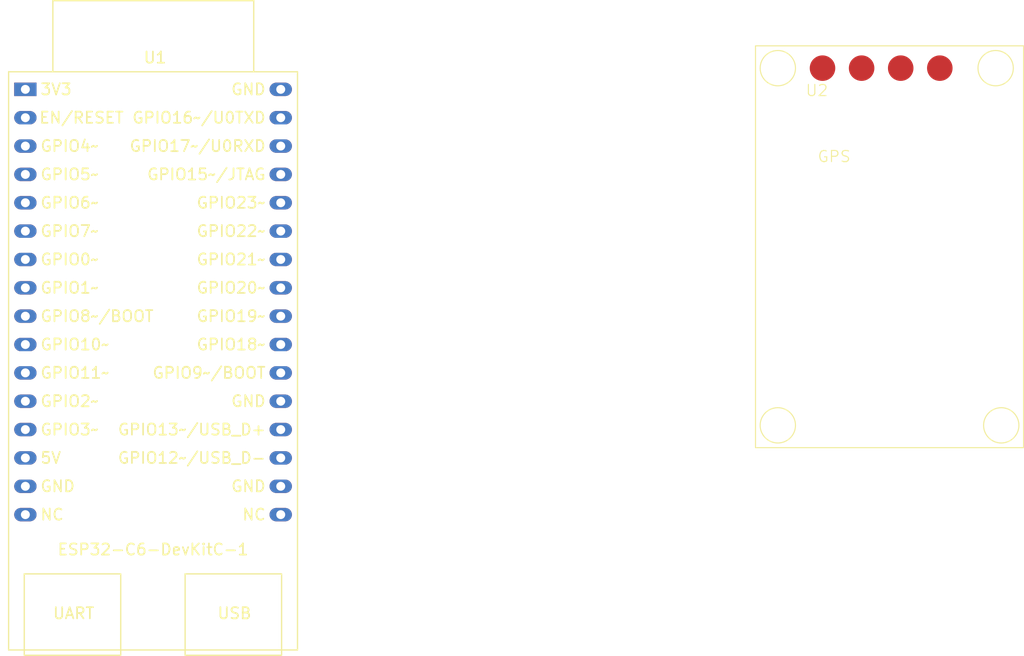
<source format=kicad_pcb>
(kicad_pcb (version 20240108) (generator "pcbnew") (generator_version "8.0")
  (layers (0 "F.Cu" signal) (31 "B.Cu" signal) (34 "B.Paste" user) (35 "F.Paste" user) (36 "B.SilkS" user "B.Silkscreen") (37 "F.SilkS" user "F.Silkscreen") (38 "B.Mask" user) (39 "F.Mask" user) (44 "Edge.Cuts" user))
  (net 0 "")
  (net 12 "Net-(U2-GND)")
  (net 24 "Net-(U1-3V3)")
  (net 29 "Net-(U1-GPIO2)")
  (net 30 "Net-(U1-GPIO5{slash}MTDI)")
  (footprint "PCM_Espressif:ESP32-C6-DevKitC-1" (layer "F.Cu") (at 127.14 59.4)
    (property "Reference" "U1" (at 11.6078 -2.8448 0) (layer "F.SilkS"))
    (property "Value" "ESP32-C6-DevKitC-1" (at 11.43 41.2242 180) (layer "F.SilkS"))
    (fp_line (start -1.5 -1.575) (end -1.5 50.225) (stroke (width 0.12)) (layer "F.SilkS"))
    (fp_line (start -1.5 50.225) (end 24.359999 50.225) (stroke (width 0.12)) (layer "F.SilkS"))
    (fp_line (start 2.46012 -7.94532) (end 20.44332 -7.94532) (stroke (width 0.12)) (layer "F.SilkS"))
    (fp_line (start 2.46012 -1.59532) (end 2.46012 -7.94532) (stroke (width 0.12)) (layer "F.SilkS"))
    (fp_line (start 20.44332 -7.94532) (end 20.44332 -1.59532) (stroke (width 0.12)) (layer "F.SilkS"))
    (fp_line (start 24.359999 50.225) (end 24.36 -1.575) (stroke (width 0.12)) (layer "F.SilkS"))
    (fp_line (start 24.36 -1.575) (end -1.499999 -1.575) (stroke (width 0.12)) (layer "F.SilkS"))
    (fp_rect (start -0.0998 43.4086) (end 8.5362 50.6984) (stroke (width 0.12)) (fill none) (layer "F.SilkS"))
    (fp_rect (start 14.3002 43.4086) (end 22.9362 50.6984) (stroke (width 0.12)) (fill none) (layer "F.SilkS"))
    (fp_text user "GPIO10~" (at 1.27 22.86 0) (layer "F.SilkS") (effects (justify left)))
    (fp_text user "GPIO13~/USB_D+" (at 21.59 30.48 0) (layer "F.SilkS") (effects (justify right)))
    (fp_text user "GPIO23~" (at 21.59 10.16 0) (layer "F.SilkS") (effects (justify right)))
    (fp_text user "GPIO3~" (at 1.27 30.48 0) (layer "F.SilkS") (effects (justify left)))
    (fp_text user "GPIO17~/U0RXD" (at 21.59 5.08 0) (layer "F.SilkS") (effects (justify right)))
    (fp_text user "GPIO20~" (at 21.59 17.78 0) (layer "F.SilkS") (effects (justify right)))
    (fp_text user "GND" (at 21.59 35.56 0) (layer "F.SilkS") (effects (justify right)))
    (fp_text user "GPIO16~/U0TXD" (at 21.59 2.54 0) (layer "F.SilkS") (effects (justify right)))
    (fp_text user "GPIO7~" (at 1.27 12.7 0) (layer "F.SilkS") (effects (justify left)))
    (fp_text user "GPIO0~" (at 1.27 15.24 0) (layer "F.SilkS") (effects (justify left)))
    (fp_text user "GND" (at 21.59 0 0) (layer "F.SilkS") (effects (justify right)))
    (fp_text user "NC" (at 21.59 38.1 0) (layer "F.SilkS") (effects (justify right)))
    (fp_text user "EN/RESET" (at 8.88632 2.54 0) (layer "F.SilkS") (effects (justify right)))
    (fp_text user "5V" (at 1.27 33.02 0) (layer "F.SilkS") (effects (justify left)))
    (fp_text user "USB" (at 18.7198 47.5234 0) (layer "F.SilkS") (effects (justify bottom)))
    (fp_text user "GPIO5~" (at 1.27 7.62 0) (layer "F.SilkS") (effects (justify left)))
    (fp_text user "GPIO22~" (at 21.59 12.7 0) (layer "F.SilkS") (effects (justify right)))
    (fp_text user "GPIO21~" (at 21.59 15.24 0) (layer "F.SilkS") (effects (justify right)))
    (fp_text user "GPIO6~" (at 1.27 10.16 0) (layer "F.SilkS") (effects (justify left)))
    (fp_text user "GND" (at 21.59 27.94 0) (layer "F.SilkS") (effects (justify right)))
    (fp_text user "GPIO9~/BOOT" (at 21.59 25.4 0) (layer "F.SilkS") (effects (justify right)))
    (fp_text user "GPIO4~" (at 1.27 5.08 0) (layer "F.SilkS") (effects (justify left)))
    (fp_text user "GPIO11~" (at 1.27 25.4 0) (layer "F.SilkS") (effects (justify left)))
    (fp_text user "GPIO15~/JTAG" (at 21.59 7.62 0) (layer "F.SilkS") (effects (justify right)))
    (fp_text user "GND" (at 1.27 35.56 0) (layer "F.SilkS") (effects (justify left)))
    (fp_text user "3V3" (at 1.27 0 0) (layer "F.SilkS") (effects (justify left)))
    (fp_text user "NC" (at 1.27 38.1 0) (layer "F.SilkS") (effects (justify left)))
    (fp_text user "GPIO18~" (at 21.59 22.86 0) (layer "F.SilkS") (effects (justify right)))
    (fp_text user "GPIO2~" (at 1.27 27.94 0) (layer "F.SilkS") (effects (justify left)))
    (fp_text user "GPIO19~" (at 21.59 20.32 0) (layer "F.SilkS") (effects (justify right)))
    (fp_text user "GPIO1~" (at 1.27 17.78 0) (layer "F.SilkS") (effects (justify left)))
    (fp_text user "GPIO12~/USB_D-" (at 21.59 33.02 0) (layer "F.SilkS") (effects (justify right)))
    (fp_text user "GPIO8~/BOOT" (at 1.27 20.32 0) (layer "F.SilkS") (effects (justify left)))
    (fp_text user "UART" (at 4.3198 47.5234 0) (layer "F.SilkS") (effects (justify bottom)))
    (pad "1" thru_hole rect (at 0 0 270) (size 1.2 2) (drill 0.8) (layers "*.Cu" "*.Mask") (net 24 "Net-(U1-3V3)"))
    (pad "2" thru_hole oval (at 0 2.54 270) (size 1.2 2) (drill 0.8) (layers "*.Cu" "*.Mask"))
    (pad "3" thru_hole oval (at 0 5.08 270) (size 1.2 2) (drill 0.8) (layers "*.Cu" "*.Mask"))
    (pad "4" thru_hole oval (at 0 7.62 270) (size 1.2 2) (drill 0.8) (layers "*.Cu" "*.Mask") (net 30 "Net-(U1-GPIO5{slash}MTDI)"))
    (pad "5" thru_hole oval (at 0 10.16 270) (size 1.2 2) (drill 0.8) (layers "*.Cu" "*.Mask"))
    (pad "6" thru_hole oval (at 0 12.7 270) (size 1.2 2) (drill 0.8) (layers "*.Cu" "*.Mask"))
    (pad "7" thru_hole oval (at 0 15.24 270) (size 1.2 2) (drill 0.8) (layers "*.Cu" "*.Mask"))
    (pad "8" thru_hole oval (at 0 17.78 270) (size 1.2 2) (drill 0.8) (layers "*.Cu" "*.Mask"))
    (pad "9" thru_hole oval (at 0 20.32 270) (size 1.2 2) (drill 0.8) (layers "*.Cu" "*.Mask"))
    (pad "10" thru_hole oval (at 0 22.86 270) (size 1.2 2) (drill 0.8) (layers "*.Cu" "*.Mask"))
    (pad "11" thru_hole oval (at 0 25.4 270) (size 1.2 2) (drill 0.8) (layers "*.Cu" "*.Mask"))
    (pad "12" thru_hole oval (at 0 27.94 270) (size 1.2 2) (drill 0.8) (layers "*.Cu" "*.Mask") (net 29 "Net-(U1-GPIO2)"))
    (pad "13" thru_hole oval (at 0 30.48 270) (size 1.2 2) (drill 0.8) (layers "*.Cu" "*.Mask"))
    (pad "14" thru_hole oval (at 0 33.02 270) (size 1.2 2) (drill 0.8) (layers "*.Cu" "*.Mask"))
    (pad "15" thru_hole oval (at 0 35.56 270) (size 1.2 2) (drill 0.8) (layers "*.Cu" "*.Mask"))
    (pad "16" thru_hole oval (at 0 38.1 270) (size 1.2 2) (drill 0.8) (layers "*.Cu" "*.Mask"))
    (pad "17" thru_hole oval (at 22.86 38.1 270) (size 1.2 2) (drill 0.8) (layers "*.Cu" "*.Mask"))
    (pad "18" thru_hole oval (at 22.86 35.56 270) (size 1.2 2) (drill 0.8) (layers "*.Cu" "*.Mask"))
    (pad "19" thru_hole oval (at 22.86 33.02 270) (size 1.2 2) (drill 0.8) (layers "*.Cu" "*.Mask"))
    (pad "20" thru_hole oval (at 22.86 30.48 270) (size 1.2 2) (drill 0.8) (layers "*.Cu" "*.Mask"))
    (pad "21" thru_hole oval (at 22.86 27.94 270) (size 1.2 2) (drill 0.8) (layers "*.Cu" "*.Mask"))
    (pad "22" thru_hole oval (at 22.86 25.4 270) (size 1.2 2) (drill 0.8) (layers "*.Cu" "*.Mask"))
    (pad "23" thru_hole oval (at 22.86 22.86 270) (size 1.2 2) (drill 0.8) (layers "*.Cu" "*.Mask"))
    (pad "24" thru_hole oval (at 22.86 20.32 270) (size 1.2 2) (drill 0.8) (layers "*.Cu" "*.Mask"))
    (pad "25" thru_hole oval (at 22.86 17.78 270) (size 1.2 2) (drill 0.8) (layers "*.Cu" "*.Mask"))
    (pad "26" thru_hole oval (at 22.86 15.24 270) (size 1.2 2) (drill 0.8) (layers "*.Cu" "*.Mask"))
    (pad "27" thru_hole oval (at 22.86 12.7 270) (size 1.2 2) (drill 0.8) (layers "*.Cu" "*.Mask"))
    (pad "28" thru_hole oval (at 22.86 10.16 270) (size 1.2 2) (drill 0.8) (layers "*.Cu" "*.Mask"))
    (pad "29" thru_hole oval (at 22.86 7.62 270) (size 1.2 2) (drill 0.8) (layers "*.Cu" "*.Mask"))
    (pad "30" thru_hole oval (at 22.86 5.08 270) (size 1.2 2) (drill 0.8) (layers "*.Cu" "*.Mask"))
    (pad "31" thru_hole oval (at 22.86 2.54 270) (size 1.2 2) (drill 0.8) (layers "*.Cu" "*.Mask"))
    (pad "32" thru_hole oval (at 22.86 0 270) (size 1.2 2) (drill 0.8) (layers "*.Cu" "*.Mask") (net 12 "Net-(U2-GND)"))
  )
  (footprint "collector:GY-GPS6MV2" (layer "F.Cu") (at 198 60)
    (property "Reference" "U2" (at 0 -0.5 0) (layer "F.SilkS") (effects (font (thickness 0.1))))
    (property "Value" "~")
    (fp_rect (start -5.5 -4.5) (end 18.5 31.5) (stroke (width 0.1)) (fill none) (layer "F.SilkS"))
    (fp_circle (center -3.5 -2.5) (end -3 -1) (stroke (width 0.1)) (fill none) (layer "F.SilkS"))
    (fp_circle (center -3.5 29.5) (end -3 31) (stroke (width 0.1)) (fill none) (layer "F.SilkS"))
    (fp_circle (center 16 -2.5) (end 16.5 -1) (stroke (width 0.1)) (fill none) (layer "F.SilkS"))
    (fp_circle (center 16.5 29.5) (end 17 31) (stroke (width 0.1)) (fill none) (layer "F.SilkS"))
    (fp_text user "GPS" (at 0 6 0) (layer "F.SilkS") (effects (font (thickness 0.1)) (justify left bottom)))
    (pad "1" smd circle (at 0.5 -2.5) (size 2.286 2.286) (layers "F.Cu" "F.Paste" "F.Mask") (net 24 "Net-(U1-3V3)"))
    (pad "2" smd circle (at 4 -2.5) (size 2.286 2.286) (layers "F.Cu" "F.Paste" "F.Mask") (net 29 "Net-(U1-GPIO2)"))
    (pad "3" smd circle (at 7.5 -2.5) (size 2.286 2.286) (layers "F.Cu" "F.Paste" "F.Mask") (net 30 "Net-(U1-GPIO5{slash}MTDI)"))
    (pad "4" smd circle (at 11 -2.5) (size 2.286 2.286) (layers "F.Cu" "F.Paste" "F.Mask") (net 12 "Net-(U2-GND)"))
  )
)
</source>
